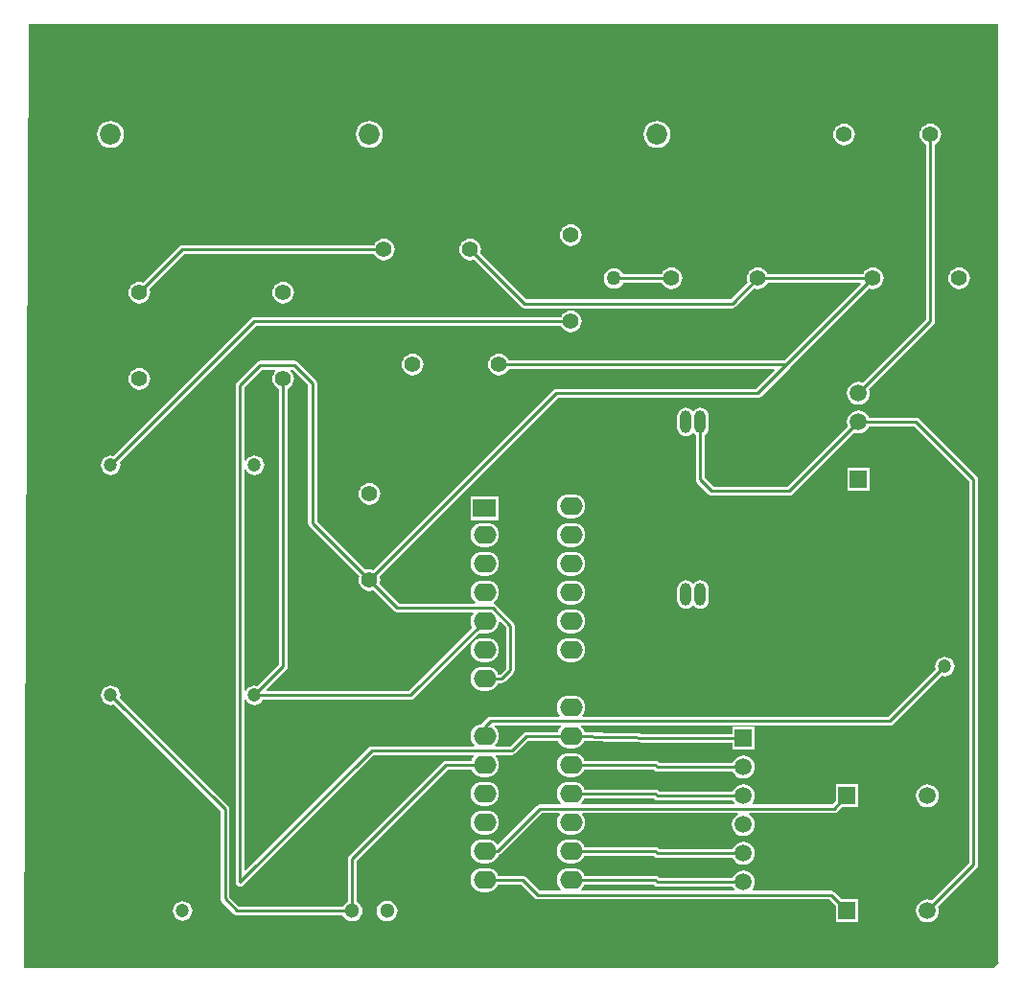
<source format=gbl>
G04 Layer_Physical_Order=2*
G04 Layer_Color=16711680*
%FSLAX25Y25*%
%MOIN*%
G70*
G01*
G75*
%ADD10C,0.01000*%
%ADD11C,0.04724*%
%ADD12C,0.05512*%
%ADD13C,0.05906*%
%ADD14R,0.05906X0.05906*%
%ADD15O,0.03937X0.07874*%
%ADD16O,0.03937X0.07874*%
%ADD17C,0.05118*%
%ADD18O,0.07874X0.06299*%
%ADD19R,0.07874X0.06299*%
%ADD20R,0.05906X0.05906*%
%ADD21R,0.07284X0.07284*%
%ADD22C,0.07284*%
%ADD23C,0.05000*%
G36*
X548566Y172357D02*
X548967Y171956D01*
X547011Y170000D01*
X210354D01*
X210001Y170354D01*
X211434Y498566D01*
X548566D01*
Y172357D01*
D02*
G37*
%LPC*%
G36*
X400827Y294933D02*
X399252D01*
X398169Y294791D01*
X397159Y294373D01*
X396292Y293707D01*
X395627Y292841D01*
X395209Y291831D01*
X395067Y290748D01*
X395209Y289665D01*
X395627Y288655D01*
X396292Y287789D01*
X397159Y287123D01*
X398169Y286705D01*
X399252Y286563D01*
X400827D01*
X401910Y286705D01*
X402919Y287123D01*
X403786Y287789D01*
X404452Y288655D01*
X404870Y289665D01*
X405012Y290748D01*
X404870Y291831D01*
X404452Y292841D01*
X403786Y293707D01*
X402919Y294373D01*
X401910Y294791D01*
X400827Y294933D01*
D02*
G37*
G36*
Y304933D02*
X399252D01*
X398169Y304791D01*
X397159Y304373D01*
X396292Y303708D01*
X395627Y302841D01*
X395209Y301831D01*
X395067Y300748D01*
X395209Y299665D01*
X395627Y298655D01*
X396292Y297789D01*
X397159Y297123D01*
X398169Y296705D01*
X399252Y296563D01*
X400827D01*
X401910Y296705D01*
X402919Y297123D01*
X403786Y297789D01*
X404452Y298655D01*
X404870Y299665D01*
X405012Y300748D01*
X404870Y301831D01*
X404452Y302841D01*
X403786Y303708D01*
X402919Y304373D01*
X401910Y304791D01*
X400827Y304933D01*
D02*
G37*
G36*
X370827Y284933D02*
X369252D01*
X368169Y284791D01*
X367159Y284373D01*
X366293Y283707D01*
X365627Y282841D01*
X365209Y281831D01*
X365067Y280748D01*
X365209Y279665D01*
X365627Y278655D01*
X366293Y277788D01*
X367159Y277123D01*
X368169Y276705D01*
X369252Y276563D01*
X370827D01*
X371910Y276705D01*
X372920Y277123D01*
X373786Y277788D01*
X374451Y278655D01*
X374870Y279665D01*
X375012Y280748D01*
X374870Y281831D01*
X374451Y282841D01*
X373786Y283707D01*
X372920Y284373D01*
X371910Y284791D01*
X370827Y284933D01*
D02*
G37*
G36*
X400827D02*
X399252D01*
X398169Y284791D01*
X397159Y284373D01*
X396292Y283707D01*
X395627Y282841D01*
X395209Y281831D01*
X395067Y280748D01*
X395209Y279665D01*
X395627Y278655D01*
X396292Y277788D01*
X397159Y277123D01*
X398169Y276705D01*
X399252Y276563D01*
X400827D01*
X401910Y276705D01*
X402919Y277123D01*
X403786Y277788D01*
X404452Y278655D01*
X404870Y279665D01*
X405012Y280748D01*
X404870Y281831D01*
X404452Y282841D01*
X403786Y283707D01*
X402919Y284373D01*
X401910Y284791D01*
X400827Y284933D01*
D02*
G37*
G36*
X445000Y304963D02*
X444225Y304861D01*
X443503Y304561D01*
X442883Y304086D01*
X442750Y303913D01*
X442250D01*
X442117Y304086D01*
X441497Y304561D01*
X440775Y304861D01*
X440000Y304963D01*
X439225Y304861D01*
X438503Y304561D01*
X437883Y304086D01*
X437407Y303466D01*
X437108Y302743D01*
X437006Y301969D01*
Y298031D01*
X437108Y297257D01*
X437407Y296534D01*
X437883Y295914D01*
X438503Y295439D01*
X439225Y295139D01*
X440000Y295037D01*
X440775Y295139D01*
X441497Y295439D01*
X442117Y295914D01*
X442250Y296087D01*
X442750D01*
X442883Y295914D01*
X443503Y295439D01*
X444225Y295139D01*
X445000Y295037D01*
X445775Y295139D01*
X446497Y295439D01*
X447117Y295914D01*
X447593Y296534D01*
X447892Y297257D01*
X447994Y298031D01*
Y301969D01*
X447892Y302743D01*
X447593Y303466D01*
X447117Y304086D01*
X446497Y304561D01*
X445775Y304861D01*
X445000Y304963D01*
D02*
G37*
G36*
X370827Y324933D02*
X369252D01*
X368169Y324791D01*
X367159Y324373D01*
X366293Y323708D01*
X365627Y322841D01*
X365209Y321831D01*
X365067Y320748D01*
X365209Y319665D01*
X365627Y318655D01*
X366293Y317789D01*
X367159Y317123D01*
X368169Y316705D01*
X369252Y316563D01*
X370827D01*
X371910Y316705D01*
X372920Y317123D01*
X373786Y317789D01*
X374451Y318655D01*
X374870Y319665D01*
X375012Y320748D01*
X374870Y321831D01*
X374451Y322841D01*
X373786Y323708D01*
X372920Y324373D01*
X371910Y324791D01*
X370827Y324933D01*
D02*
G37*
G36*
X400827D02*
X399252D01*
X398169Y324791D01*
X397159Y324373D01*
X396292Y323708D01*
X395627Y322841D01*
X395209Y321831D01*
X395067Y320748D01*
X395209Y319665D01*
X395627Y318655D01*
X396292Y317789D01*
X397159Y317123D01*
X398169Y316705D01*
X399252Y316563D01*
X400827D01*
X401910Y316705D01*
X402919Y317123D01*
X403786Y317789D01*
X404452Y318655D01*
X404870Y319665D01*
X405012Y320748D01*
X404870Y321831D01*
X404452Y322841D01*
X403786Y323708D01*
X402919Y324373D01*
X401910Y324791D01*
X400827Y324933D01*
D02*
G37*
G36*
X370827Y314933D02*
X369252D01*
X368169Y314791D01*
X367159Y314373D01*
X366293Y313707D01*
X365627Y312841D01*
X365209Y311831D01*
X365067Y310748D01*
X365209Y309665D01*
X365627Y308655D01*
X366293Y307788D01*
X367159Y307123D01*
X368169Y306705D01*
X369252Y306563D01*
X370827D01*
X371910Y306705D01*
X372920Y307123D01*
X373786Y307788D01*
X374451Y308655D01*
X374870Y309665D01*
X375012Y310748D01*
X374870Y311831D01*
X374451Y312841D01*
X373786Y313707D01*
X372920Y314373D01*
X371910Y314791D01*
X370827Y314933D01*
D02*
G37*
G36*
X400827D02*
X399252D01*
X398169Y314791D01*
X397159Y314373D01*
X396292Y313707D01*
X395627Y312841D01*
X395209Y311831D01*
X395067Y310748D01*
X395209Y309665D01*
X395627Y308655D01*
X396292Y307788D01*
X397159Y307123D01*
X398169Y306705D01*
X399252Y306563D01*
X400827D01*
X401910Y306705D01*
X402919Y307123D01*
X403786Y307788D01*
X404452Y308655D01*
X404870Y309665D01*
X405012Y310748D01*
X404870Y311831D01*
X404452Y312841D01*
X403786Y313707D01*
X402919Y314373D01*
X401910Y314791D01*
X400827Y314933D01*
D02*
G37*
G36*
Y204933D02*
X399252D01*
X398169Y204791D01*
X397159Y204373D01*
X396292Y203708D01*
X395627Y202841D01*
X395209Y201831D01*
X395067Y200748D01*
X395209Y199665D01*
X395627Y198655D01*
X396292Y197789D01*
X396630Y197529D01*
X396460Y197029D01*
X389082D01*
X384281Y201829D01*
X383785Y202161D01*
X383200Y202277D01*
X374685D01*
X374451Y202841D01*
X373786Y203708D01*
X372920Y204373D01*
X371910Y204791D01*
X370827Y204933D01*
X369252D01*
X368169Y204791D01*
X367159Y204373D01*
X366293Y203708D01*
X365627Y202841D01*
X365209Y201831D01*
X365067Y200748D01*
X365209Y199665D01*
X365627Y198655D01*
X366293Y197789D01*
X367159Y197123D01*
X368169Y196705D01*
X369252Y196563D01*
X370827D01*
X371910Y196705D01*
X372920Y197123D01*
X373786Y197789D01*
X374451Y198655D01*
X374685Y199219D01*
X382566D01*
X387367Y194419D01*
X387863Y194087D01*
X388448Y193971D01*
X489890D01*
X492071Y191790D01*
Y186047D01*
X499976D01*
Y193953D01*
X494234D01*
X491605Y196581D01*
X491109Y196913D01*
X490524Y197029D01*
X463333D01*
X463087Y197529D01*
X463453Y198007D01*
X463851Y198968D01*
X463987Y200000D01*
X463851Y201032D01*
X463453Y201993D01*
X462819Y202819D01*
X461993Y203453D01*
X461032Y203851D01*
X460000Y203987D01*
X458968Y203851D01*
X458007Y203453D01*
X457181Y202819D01*
X456547Y201993D01*
X456355Y201529D01*
X430733D01*
X430433Y201829D01*
X429937Y202161D01*
X429352Y202277D01*
X404685D01*
X404452Y202841D01*
X403786Y203708D01*
X402919Y204373D01*
X401910Y204791D01*
X400827Y204933D01*
D02*
G37*
G36*
Y214933D02*
X399252D01*
X398169Y214791D01*
X397159Y214373D01*
X396292Y213707D01*
X395627Y212841D01*
X395209Y211831D01*
X395067Y210748D01*
X395209Y209665D01*
X395627Y208655D01*
X396292Y207788D01*
X397159Y207123D01*
X398169Y206705D01*
X399252Y206563D01*
X400827D01*
X401910Y206705D01*
X402919Y207123D01*
X403786Y207788D01*
X404452Y208655D01*
X404685Y209219D01*
X428719D01*
X429019Y208919D01*
X429515Y208587D01*
X430100Y208471D01*
X456355D01*
X456547Y208007D01*
X457181Y207181D01*
X458007Y206547D01*
X458968Y206149D01*
X460000Y206013D01*
X461032Y206149D01*
X461993Y206547D01*
X462819Y207181D01*
X463453Y208007D01*
X463851Y208968D01*
X463987Y210000D01*
X463851Y211032D01*
X463453Y211993D01*
X462819Y212819D01*
X461993Y213453D01*
X461032Y213851D01*
X460000Y213987D01*
X458968Y213851D01*
X458007Y213453D01*
X457181Y212819D01*
X456547Y211993D01*
X456355Y211529D01*
X430733D01*
X430433Y211829D01*
X429937Y212161D01*
X429352Y212277D01*
X404685D01*
X404452Y212841D01*
X403786Y213707D01*
X402919Y214373D01*
X401910Y214791D01*
X400827Y214933D01*
D02*
G37*
G36*
X336102Y193590D02*
X335173Y193467D01*
X334308Y193109D01*
X333564Y192538D01*
X332994Y191795D01*
X332635Y190929D01*
X332513Y190000D01*
X332635Y189071D01*
X332994Y188205D01*
X333564Y187462D01*
X334308Y186891D01*
X335173Y186533D01*
X336102Y186410D01*
X337032Y186533D01*
X337897Y186891D01*
X338641Y187462D01*
X339211Y188205D01*
X339570Y189071D01*
X339692Y190000D01*
X339570Y190929D01*
X339211Y191795D01*
X338641Y192538D01*
X337897Y193109D01*
X337032Y193467D01*
X336102Y193590D01*
D02*
G37*
G36*
X265000Y193391D02*
X264122Y193276D01*
X263304Y192937D01*
X262602Y192398D01*
X262063Y191696D01*
X261724Y190878D01*
X261609Y190000D01*
X261724Y189122D01*
X262063Y188304D01*
X262602Y187602D01*
X263304Y187063D01*
X264122Y186724D01*
X265000Y186609D01*
X265878Y186724D01*
X266696Y187063D01*
X267398Y187602D01*
X267937Y188304D01*
X268276Y189122D01*
X268391Y190000D01*
X268276Y190878D01*
X267937Y191696D01*
X267398Y192398D01*
X266696Y192937D01*
X265878Y193276D01*
X265000Y193391D01*
D02*
G37*
G36*
X400827Y234933D02*
X399252D01*
X398169Y234791D01*
X397159Y234373D01*
X396292Y233707D01*
X395627Y232841D01*
X395209Y231831D01*
X395067Y230748D01*
X395209Y229665D01*
X395627Y228655D01*
X396292Y227788D01*
X396630Y227529D01*
X396460Y227029D01*
X389152D01*
X388567Y226913D01*
X388071Y226581D01*
X374667Y213178D01*
X374168Y213210D01*
X373786Y213707D01*
X372920Y214373D01*
X371910Y214791D01*
X370827Y214933D01*
X369252D01*
X368169Y214791D01*
X367159Y214373D01*
X366293Y213707D01*
X365627Y212841D01*
X365209Y211831D01*
X365067Y210748D01*
X365209Y209665D01*
X365627Y208655D01*
X366293Y207788D01*
X367159Y207123D01*
X368169Y206705D01*
X369252Y206563D01*
X370827D01*
X371910Y206705D01*
X372920Y207123D01*
X373786Y207788D01*
X374451Y208655D01*
X374710Y209280D01*
X374985Y209335D01*
X375481Y209667D01*
X389786Y223971D01*
X395864D01*
X396111Y223471D01*
X395627Y222841D01*
X395209Y221831D01*
X395067Y220748D01*
X395209Y219665D01*
X395627Y218655D01*
X396292Y217789D01*
X397159Y217123D01*
X398169Y216705D01*
X399252Y216563D01*
X400827D01*
X401910Y216705D01*
X402919Y217123D01*
X403786Y217789D01*
X404452Y218655D01*
X404870Y219665D01*
X405012Y220748D01*
X404870Y221831D01*
X404452Y222841D01*
X403968Y223471D01*
X404215Y223971D01*
X457950D01*
X458050Y223471D01*
X458007Y223453D01*
X457181Y222819D01*
X456547Y221993D01*
X456149Y221032D01*
X456013Y220000D01*
X456149Y218968D01*
X456547Y218007D01*
X457181Y217181D01*
X458007Y216547D01*
X458968Y216149D01*
X460000Y216013D01*
X461032Y216149D01*
X461993Y216547D01*
X462819Y217181D01*
X463453Y218007D01*
X463851Y218968D01*
X463987Y220000D01*
X463851Y221032D01*
X463453Y221993D01*
X462819Y222819D01*
X461993Y223453D01*
X461950Y223471D01*
X462050Y223971D01*
X491524D01*
X492109Y224087D01*
X492605Y224419D01*
X494234Y226047D01*
X499976D01*
Y233953D01*
X492071D01*
Y228210D01*
X490890Y227029D01*
X463333D01*
X463087Y227529D01*
X463453Y228007D01*
X463851Y228968D01*
X463987Y230000D01*
X463851Y231032D01*
X463453Y231993D01*
X462819Y232819D01*
X461993Y233453D01*
X461032Y233851D01*
X460000Y233987D01*
X458968Y233851D01*
X458007Y233453D01*
X457181Y232819D01*
X456547Y231993D01*
X456355Y231529D01*
X430733D01*
X430433Y231829D01*
X429937Y232161D01*
X429352Y232277D01*
X404685D01*
X404452Y232841D01*
X403786Y233707D01*
X402919Y234373D01*
X401910Y234791D01*
X400827Y234933D01*
D02*
G37*
G36*
X370827D02*
X369252D01*
X368169Y234791D01*
X367159Y234373D01*
X366293Y233707D01*
X365627Y232841D01*
X365209Y231831D01*
X365067Y230748D01*
X365209Y229665D01*
X365627Y228655D01*
X366293Y227788D01*
X367159Y227123D01*
X368169Y226705D01*
X369252Y226563D01*
X370827D01*
X371910Y226705D01*
X372920Y227123D01*
X373786Y227788D01*
X374451Y228655D01*
X374870Y229665D01*
X375012Y230748D01*
X374870Y231831D01*
X374451Y232841D01*
X373786Y233707D01*
X372920Y234373D01*
X371910Y234791D01*
X370827Y234933D01*
D02*
G37*
G36*
X400827Y244933D02*
X399252D01*
X398169Y244791D01*
X397159Y244373D01*
X396292Y243707D01*
X395627Y242841D01*
X395209Y241831D01*
X395067Y240748D01*
X395209Y239665D01*
X395627Y238655D01*
X396292Y237789D01*
X397159Y237123D01*
X398169Y236705D01*
X399252Y236563D01*
X400827D01*
X401910Y236705D01*
X402919Y237123D01*
X403786Y237789D01*
X404452Y238655D01*
X404685Y239219D01*
X428719D01*
X429019Y238919D01*
X429515Y238587D01*
X430100Y238471D01*
X456355D01*
X456547Y238007D01*
X457181Y237181D01*
X458007Y236547D01*
X458968Y236149D01*
X460000Y236013D01*
X461032Y236149D01*
X461993Y236547D01*
X462819Y237181D01*
X463453Y238007D01*
X463851Y238968D01*
X463987Y240000D01*
X463851Y241032D01*
X463453Y241993D01*
X462819Y242819D01*
X461993Y243453D01*
X461032Y243851D01*
X460000Y243987D01*
X458968Y243851D01*
X458007Y243453D01*
X457181Y242819D01*
X456547Y241993D01*
X456355Y241529D01*
X430733D01*
X430433Y241829D01*
X429937Y242161D01*
X429352Y242277D01*
X404685D01*
X404452Y242841D01*
X403786Y243707D01*
X402919Y244373D01*
X401910Y244791D01*
X400827Y244933D01*
D02*
G37*
G36*
X370827Y224933D02*
X369252D01*
X368169Y224791D01*
X367159Y224373D01*
X366293Y223708D01*
X365627Y222841D01*
X365209Y221831D01*
X365067Y220748D01*
X365209Y219665D01*
X365627Y218655D01*
X366293Y217789D01*
X367159Y217123D01*
X368169Y216705D01*
X369252Y216563D01*
X370827D01*
X371910Y216705D01*
X372920Y217123D01*
X373786Y217789D01*
X374451Y218655D01*
X374870Y219665D01*
X375012Y220748D01*
X374870Y221831D01*
X374451Y222841D01*
X373786Y223708D01*
X372920Y224373D01*
X371910Y224791D01*
X370827Y224933D01*
D02*
G37*
G36*
X523976Y233987D02*
X522944Y233851D01*
X521983Y233453D01*
X521157Y232819D01*
X520524Y231993D01*
X520125Y231032D01*
X519989Y230000D01*
X520125Y228968D01*
X520524Y228007D01*
X521157Y227181D01*
X521983Y226547D01*
X522944Y226149D01*
X523976Y226013D01*
X525008Y226149D01*
X525970Y226547D01*
X526795Y227181D01*
X527429Y228007D01*
X527827Y228968D01*
X527963Y230000D01*
X527827Y231032D01*
X527429Y231993D01*
X526795Y232819D01*
X525970Y233453D01*
X525008Y233851D01*
X523976Y233987D01*
D02*
G37*
G36*
X374937Y334150D02*
X365063D01*
Y325850D01*
X374937D01*
Y334150D01*
D02*
G37*
G36*
X435000Y413788D02*
X434020Y413659D01*
X433106Y413281D01*
X432321Y412679D01*
X431719Y411894D01*
X431568Y411529D01*
X418155D01*
X418057Y411765D01*
X417496Y412496D01*
X416765Y413057D01*
X415914Y413410D01*
X415000Y413530D01*
X414086Y413410D01*
X413235Y413057D01*
X412504Y412496D01*
X411943Y411765D01*
X411590Y410914D01*
X411470Y410000D01*
X411590Y409086D01*
X411943Y408235D01*
X412504Y407504D01*
X413235Y406943D01*
X414086Y406590D01*
X415000Y406470D01*
X415914Y406590D01*
X416765Y406943D01*
X417496Y407504D01*
X418057Y408235D01*
X418155Y408471D01*
X431568D01*
X431719Y408106D01*
X432321Y407321D01*
X433106Y406719D01*
X434020Y406341D01*
X435000Y406212D01*
X435981Y406341D01*
X436894Y406719D01*
X437679Y407321D01*
X438281Y408106D01*
X438659Y409020D01*
X438788Y410000D01*
X438659Y410981D01*
X438281Y411894D01*
X437679Y412679D01*
X436894Y413281D01*
X435981Y413659D01*
X435000Y413788D01*
D02*
G37*
G36*
X335000Y423788D02*
X334019Y423659D01*
X333106Y423281D01*
X332321Y422679D01*
X331719Y421894D01*
X331568Y421529D01*
X265000D01*
X264415Y421413D01*
X263919Y421081D01*
X251345Y408508D01*
X250980Y408659D01*
X250000Y408788D01*
X249020Y408659D01*
X248106Y408281D01*
X247321Y407679D01*
X246719Y406894D01*
X246341Y405980D01*
X246212Y405000D01*
X246341Y404019D01*
X246719Y403106D01*
X247321Y402321D01*
X248106Y401719D01*
X249020Y401341D01*
X250000Y401212D01*
X250980Y401341D01*
X251894Y401719D01*
X252679Y402321D01*
X253281Y403106D01*
X253659Y404019D01*
X253788Y405000D01*
X253659Y405980D01*
X253508Y406345D01*
X265634Y418471D01*
X331568D01*
X331719Y418106D01*
X332321Y417321D01*
X333106Y416719D01*
X334019Y416341D01*
X335000Y416212D01*
X335981Y416341D01*
X336894Y416719D01*
X337679Y417321D01*
X338281Y418106D01*
X338659Y419020D01*
X338788Y420000D01*
X338659Y420981D01*
X338281Y421894D01*
X337679Y422679D01*
X336894Y423281D01*
X335981Y423659D01*
X335000Y423788D01*
D02*
G37*
G36*
X535000Y413788D02*
X534020Y413659D01*
X533106Y413281D01*
X532321Y412679D01*
X531719Y411894D01*
X531341Y410981D01*
X531212Y410000D01*
X531341Y409020D01*
X531719Y408106D01*
X532321Y407321D01*
X533106Y406719D01*
X534020Y406341D01*
X535000Y406212D01*
X535981Y406341D01*
X536894Y406719D01*
X537679Y407321D01*
X538281Y408106D01*
X538659Y409020D01*
X538788Y410000D01*
X538659Y410981D01*
X538281Y411894D01*
X537679Y412679D01*
X536894Y413281D01*
X535981Y413659D01*
X535000Y413788D01*
D02*
G37*
G36*
X300000Y408788D02*
X299020Y408659D01*
X298106Y408281D01*
X297321Y407679D01*
X296719Y406894D01*
X296341Y405980D01*
X296212Y405000D01*
X296341Y404019D01*
X296719Y403106D01*
X297321Y402321D01*
X298106Y401719D01*
X299020Y401341D01*
X300000Y401212D01*
X300980Y401341D01*
X301894Y401719D01*
X302679Y402321D01*
X303281Y403106D01*
X303659Y404019D01*
X303788Y405000D01*
X303659Y405980D01*
X303281Y406894D01*
X302679Y407679D01*
X301894Y408281D01*
X300980Y408659D01*
X300000Y408788D01*
D02*
G37*
G36*
X365000Y423788D02*
X364019Y423659D01*
X363106Y423281D01*
X362321Y422679D01*
X361719Y421894D01*
X361341Y420981D01*
X361212Y420000D01*
X361341Y419020D01*
X361719Y418106D01*
X362321Y417321D01*
X363106Y416719D01*
X364019Y416341D01*
X365000Y416212D01*
X365981Y416341D01*
X366345Y416492D01*
X382819Y400019D01*
X383315Y399687D01*
X383900Y399571D01*
X456100D01*
X456685Y399687D01*
X457181Y400019D01*
X463655Y406492D01*
X464019Y406341D01*
X465000Y406212D01*
X465980Y406341D01*
X466894Y406719D01*
X467679Y407321D01*
X468281Y408106D01*
X468432Y408471D01*
X500654D01*
X500846Y408009D01*
X474367Y381529D01*
X378432D01*
X378281Y381894D01*
X377679Y382679D01*
X376894Y383281D01*
X375980Y383659D01*
X375000Y383788D01*
X374020Y383659D01*
X373106Y383281D01*
X372321Y382679D01*
X371719Y381894D01*
X371341Y380980D01*
X371212Y380000D01*
X371341Y379019D01*
X371719Y378106D01*
X372321Y377321D01*
X373106Y376719D01*
X374020Y376341D01*
X375000Y376212D01*
X375980Y376341D01*
X376894Y376719D01*
X377679Y377321D01*
X378281Y378106D01*
X378432Y378471D01*
X470654D01*
X470846Y378009D01*
X464366Y371529D01*
X395000D01*
X394415Y371413D01*
X393919Y371081D01*
X331345Y308508D01*
X330980Y308659D01*
X330000Y308788D01*
X329019Y308659D01*
X328655Y308508D01*
X311729Y325433D01*
Y373600D01*
X311613Y374185D01*
X311281Y374681D01*
X305081Y380881D01*
X304585Y381213D01*
X304000Y381329D01*
X292000D01*
X291415Y381213D01*
X290919Y380881D01*
X283919Y373881D01*
X283587Y373385D01*
X283471Y372800D01*
Y200000D01*
X283587Y199415D01*
X283919Y198919D01*
X284415Y198587D01*
X285000Y198471D01*
X285585Y198587D01*
X286081Y198919D01*
X331333Y244171D01*
X366135D01*
X366214Y243938D01*
X366264Y243671D01*
X365627Y242841D01*
X365394Y242277D01*
X356600D01*
X356015Y242161D01*
X355519Y241829D01*
X322816Y209127D01*
X322485Y208631D01*
X322368Y208046D01*
Y193219D01*
X322103Y193109D01*
X321359Y192538D01*
X320789Y191795D01*
X320679Y191529D01*
X284633D01*
X281229Y194933D01*
Y225300D01*
X281113Y225885D01*
X280781Y226381D01*
X243207Y263956D01*
X243276Y264122D01*
X243391Y265000D01*
X243276Y265878D01*
X242937Y266696D01*
X242398Y267398D01*
X241696Y267937D01*
X240878Y268276D01*
X240000Y268391D01*
X239122Y268276D01*
X238304Y267937D01*
X237602Y267398D01*
X237063Y266696D01*
X236724Y265878D01*
X236609Y265000D01*
X236724Y264122D01*
X237063Y263304D01*
X237602Y262602D01*
X238304Y262063D01*
X239122Y261724D01*
X240000Y261609D01*
X240878Y261724D01*
X241044Y261793D01*
X278171Y224667D01*
Y194300D01*
X278287Y193715D01*
X278619Y193219D01*
X282919Y188919D01*
X283415Y188587D01*
X284000Y188471D01*
X320679D01*
X320789Y188205D01*
X321359Y187462D01*
X322103Y186891D01*
X322969Y186533D01*
X323898Y186410D01*
X324827Y186533D01*
X325693Y186891D01*
X326436Y187462D01*
X327006Y188205D01*
X327365Y189071D01*
X327487Y190000D01*
X327365Y190929D01*
X327006Y191795D01*
X326436Y192538D01*
X325693Y193109D01*
X325427Y193219D01*
Y207412D01*
X357234Y239219D01*
X365394D01*
X365627Y238655D01*
X366293Y237789D01*
X367159Y237123D01*
X368169Y236705D01*
X369252Y236563D01*
X370827D01*
X371910Y236705D01*
X372920Y237123D01*
X373786Y237789D01*
X374451Y238655D01*
X374870Y239665D01*
X375012Y240748D01*
X374870Y241831D01*
X374451Y242841D01*
X373815Y243671D01*
X373865Y243938D01*
X373943Y244171D01*
X379400D01*
X379985Y244287D01*
X380481Y244619D01*
X385082Y249219D01*
X395394D01*
X395627Y248655D01*
X396292Y247789D01*
X397159Y247123D01*
X398169Y246705D01*
X399252Y246563D01*
X400827D01*
X401910Y246705D01*
X402919Y247123D01*
X403786Y247789D01*
X404452Y248655D01*
X404638Y249107D01*
X430811Y248471D01*
X430829Y248474D01*
X430848Y248471D01*
X456047D01*
Y246047D01*
X463953D01*
Y253953D01*
X456047D01*
Y251529D01*
X430867D01*
X404732Y252164D01*
X404452Y252841D01*
X403786Y253708D01*
X403443Y253971D01*
X403613Y254471D01*
X511000D01*
X511585Y254587D01*
X512081Y254919D01*
X528956Y271793D01*
X529122Y271724D01*
X530000Y271609D01*
X530878Y271724D01*
X531696Y272063D01*
X532398Y272602D01*
X532937Y273304D01*
X533276Y274122D01*
X533391Y275000D01*
X533276Y275878D01*
X532937Y276696D01*
X532398Y277398D01*
X531696Y277937D01*
X530878Y278276D01*
X530000Y278391D01*
X529122Y278276D01*
X528304Y277937D01*
X527602Y277398D01*
X527063Y276696D01*
X526724Y275878D01*
X526609Y275000D01*
X526724Y274122D01*
X526793Y273956D01*
X510366Y257529D01*
X404218D01*
X403971Y258029D01*
X404452Y258655D01*
X404870Y259665D01*
X405012Y260748D01*
X404870Y261831D01*
X404452Y262841D01*
X403786Y263707D01*
X402919Y264373D01*
X401910Y264791D01*
X400827Y264933D01*
X399252D01*
X398169Y264791D01*
X397159Y264373D01*
X396292Y263707D01*
X395627Y262841D01*
X395209Y261831D01*
X395067Y260748D01*
X395209Y259665D01*
X395627Y258655D01*
X396108Y258029D01*
X395861Y257529D01*
X372039D01*
X371454Y257413D01*
X370958Y257081D01*
X368958Y255081D01*
X368821Y254877D01*
X368169Y254791D01*
X367159Y254373D01*
X366293Y253708D01*
X365627Y252841D01*
X365209Y251831D01*
X365067Y250748D01*
X365209Y249665D01*
X365627Y248655D01*
X366293Y247789D01*
X366404Y247703D01*
X366243Y247229D01*
X330700D01*
X330115Y247113D01*
X329619Y246781D01*
X286991Y204154D01*
X286529Y204346D01*
Y263286D01*
X287029Y263386D01*
X287063Y263304D01*
X287602Y262602D01*
X288304Y262063D01*
X289122Y261724D01*
X290000Y261609D01*
X290878Y261724D01*
X291696Y262063D01*
X292398Y262602D01*
X292937Y263304D01*
X293006Y263471D01*
X344291D01*
X344877Y263587D01*
X345373Y263919D01*
X368162Y286708D01*
X368169Y286705D01*
X369252Y286563D01*
X370827D01*
X371910Y286705D01*
X372920Y287123D01*
X373786Y287789D01*
X374451Y288655D01*
X374870Y289665D01*
X374956Y290324D01*
X375484Y290503D01*
X377369Y288618D01*
Y274280D01*
X375366Y272277D01*
X374685D01*
X374451Y272841D01*
X373786Y273708D01*
X372920Y274373D01*
X371910Y274791D01*
X370827Y274933D01*
X369252D01*
X368169Y274791D01*
X367159Y274373D01*
X366293Y273708D01*
X365627Y272841D01*
X365209Y271831D01*
X365067Y270748D01*
X365209Y269665D01*
X365627Y268655D01*
X366293Y267789D01*
X367159Y267123D01*
X368169Y266705D01*
X369252Y266563D01*
X370827D01*
X371910Y266705D01*
X372920Y267123D01*
X373786Y267789D01*
X374451Y268655D01*
X374685Y269219D01*
X376000D01*
X376585Y269335D01*
X377081Y269667D01*
X379980Y272565D01*
X380311Y273061D01*
X380428Y273646D01*
Y289252D01*
X380311Y289837D01*
X379980Y290333D01*
X373834Y296479D01*
X373338Y296811D01*
X373334Y296811D01*
X373210Y297346D01*
X373786Y297789D01*
X374451Y298655D01*
X374870Y299665D01*
X375012Y300748D01*
X374870Y301831D01*
X374451Y302841D01*
X373786Y303708D01*
X372920Y304373D01*
X371910Y304791D01*
X370827Y304933D01*
X369252D01*
X368169Y304791D01*
X367159Y304373D01*
X366293Y303708D01*
X365627Y302841D01*
X365209Y301831D01*
X365067Y300748D01*
X365209Y299665D01*
X365627Y298655D01*
X366293Y297789D01*
X366763Y297427D01*
X366594Y296927D01*
X340236D01*
X333508Y303655D01*
X333659Y304019D01*
X333788Y305000D01*
X333659Y305980D01*
X333508Y306345D01*
X395634Y368471D01*
X465000D01*
X465585Y368587D01*
X466081Y368919D01*
X476082Y378919D01*
X476082Y378919D01*
X503655Y406492D01*
X504019Y406341D01*
X505000Y406212D01*
X505980Y406341D01*
X506894Y406719D01*
X507679Y407321D01*
X508281Y408106D01*
X508659Y409020D01*
X508788Y410000D01*
X508659Y410981D01*
X508281Y411894D01*
X507679Y412679D01*
X506894Y413281D01*
X505980Y413659D01*
X505000Y413788D01*
X504019Y413659D01*
X503106Y413281D01*
X502321Y412679D01*
X501719Y411894D01*
X501568Y411529D01*
X468432D01*
X468281Y411894D01*
X467679Y412679D01*
X466894Y413281D01*
X465980Y413659D01*
X465000Y413788D01*
X464019Y413659D01*
X463106Y413281D01*
X462321Y412679D01*
X461719Y411894D01*
X461341Y410981D01*
X461212Y410000D01*
X461341Y409020D01*
X461492Y408655D01*
X455467Y402629D01*
X384534D01*
X368508Y418655D01*
X368659Y419020D01*
X368788Y420000D01*
X368659Y420981D01*
X368281Y421894D01*
X367679Y422679D01*
X366894Y423281D01*
X365981Y423659D01*
X365000Y423788D01*
D02*
G37*
G36*
X430000Y464682D02*
X428788Y464522D01*
X427659Y464054D01*
X426689Y463310D01*
X425946Y462341D01*
X425478Y461212D01*
X425318Y460000D01*
X425478Y458788D01*
X425946Y457659D01*
X426689Y456690D01*
X427659Y455945D01*
X428788Y455478D01*
X430000Y455318D01*
X431212Y455478D01*
X432341Y455945D01*
X433311Y456690D01*
X434055Y457659D01*
X434522Y458788D01*
X434682Y460000D01*
X434522Y461212D01*
X434055Y462341D01*
X433311Y463310D01*
X432341Y464054D01*
X431212Y464522D01*
X430000Y464682D01*
D02*
G37*
G36*
X495000Y463788D02*
X494020Y463659D01*
X493106Y463281D01*
X492321Y462679D01*
X491719Y461894D01*
X491341Y460981D01*
X491212Y460000D01*
X491341Y459020D01*
X491719Y458106D01*
X492321Y457321D01*
X493106Y456719D01*
X494020Y456341D01*
X495000Y456212D01*
X495981Y456341D01*
X496894Y456719D01*
X497679Y457321D01*
X498281Y458106D01*
X498659Y459020D01*
X498788Y460000D01*
X498659Y460981D01*
X498281Y461894D01*
X497679Y462679D01*
X496894Y463281D01*
X495981Y463659D01*
X495000Y463788D01*
D02*
G37*
G36*
X330000Y464682D02*
X328788Y464522D01*
X327659Y464054D01*
X326690Y463310D01*
X325945Y462341D01*
X325478Y461212D01*
X325318Y460000D01*
X325478Y458788D01*
X325945Y457659D01*
X326690Y456690D01*
X327659Y455945D01*
X328788Y455478D01*
X330000Y455318D01*
X331212Y455478D01*
X332341Y455945D01*
X333311Y456690D01*
X334054Y457659D01*
X334522Y458788D01*
X334682Y460000D01*
X334522Y461212D01*
X334054Y462341D01*
X333311Y463310D01*
X332341Y464054D01*
X331212Y464522D01*
X330000Y464682D01*
D02*
G37*
G36*
X400000Y428788D02*
X399020Y428659D01*
X398106Y428281D01*
X397321Y427679D01*
X396719Y426894D01*
X396341Y425981D01*
X396212Y425000D01*
X396341Y424019D01*
X396719Y423106D01*
X397321Y422321D01*
X398106Y421719D01*
X399020Y421341D01*
X400000Y421212D01*
X400981Y421341D01*
X401894Y421719D01*
X402679Y422321D01*
X403281Y423106D01*
X403659Y424019D01*
X403788Y425000D01*
X403659Y425981D01*
X403281Y426894D01*
X402679Y427679D01*
X401894Y428281D01*
X400981Y428659D01*
X400000Y428788D01*
D02*
G37*
G36*
X240000Y464682D02*
X238788Y464522D01*
X237659Y464054D01*
X236689Y463310D01*
X235946Y462341D01*
X235478Y461212D01*
X235318Y460000D01*
X235478Y458788D01*
X235946Y457659D01*
X236689Y456690D01*
X237659Y455945D01*
X238788Y455478D01*
X240000Y455318D01*
X241212Y455478D01*
X242341Y455945D01*
X243310Y456690D01*
X244055Y457659D01*
X244522Y458788D01*
X244682Y460000D01*
X244522Y461212D01*
X244055Y462341D01*
X243310Y463310D01*
X242341Y464054D01*
X241212Y464522D01*
X240000Y464682D01*
D02*
G37*
G36*
X445000Y364963D02*
X444225Y364861D01*
X443503Y364562D01*
X442883Y364086D01*
X442750Y363913D01*
X442250D01*
X442117Y364086D01*
X441497Y364562D01*
X440775Y364861D01*
X440000Y364963D01*
X439225Y364861D01*
X438503Y364562D01*
X437883Y364086D01*
X437407Y363466D01*
X437108Y362743D01*
X437006Y361968D01*
Y358032D01*
X437108Y357257D01*
X437407Y356534D01*
X437883Y355914D01*
X438503Y355438D01*
X439225Y355139D01*
X440000Y355037D01*
X440775Y355139D01*
X441497Y355438D01*
X442117Y355914D01*
X442250Y356087D01*
X442750D01*
X442883Y355914D01*
X443471Y355463D01*
Y340000D01*
X443587Y339415D01*
X443919Y338919D01*
X447919Y334919D01*
X448415Y334587D01*
X449000Y334471D01*
X476000D01*
X476585Y334587D01*
X477081Y334919D01*
X498504Y356341D01*
X498968Y356149D01*
X500000Y356013D01*
X501032Y356149D01*
X501993Y356547D01*
X502819Y357181D01*
X503453Y358007D01*
X503645Y358471D01*
X519367D01*
X538471Y339367D01*
Y206657D01*
X525472Y193659D01*
X525008Y193851D01*
X523976Y193987D01*
X522944Y193851D01*
X521983Y193453D01*
X521157Y192819D01*
X520524Y191993D01*
X520125Y191032D01*
X519989Y190000D01*
X520125Y188968D01*
X520524Y188007D01*
X521157Y187181D01*
X521983Y186547D01*
X522944Y186149D01*
X523976Y186013D01*
X525008Y186149D01*
X525970Y186547D01*
X526795Y187181D01*
X527429Y188007D01*
X527827Y188968D01*
X527963Y190000D01*
X527827Y191032D01*
X527635Y191496D01*
X541081Y204942D01*
X541413Y205438D01*
X541529Y206024D01*
Y340000D01*
X541413Y340585D01*
X541081Y341081D01*
X521081Y361081D01*
X520585Y361413D01*
X520000Y361529D01*
X503645D01*
X503453Y361993D01*
X502819Y362819D01*
X501993Y363453D01*
X501032Y363851D01*
X500000Y363987D01*
X498968Y363851D01*
X498007Y363453D01*
X497181Y362819D01*
X496547Y361993D01*
X496149Y361032D01*
X496013Y360000D01*
X496149Y358968D01*
X496341Y358504D01*
X475366Y337529D01*
X449634D01*
X446529Y340634D01*
Y355463D01*
X447117Y355914D01*
X447593Y356534D01*
X447892Y357257D01*
X447994Y358032D01*
Y361968D01*
X447892Y362743D01*
X447593Y363466D01*
X447117Y364086D01*
X446497Y364562D01*
X445775Y364861D01*
X445000Y364963D01*
D02*
G37*
G36*
X250000Y378788D02*
X249020Y378659D01*
X248106Y378281D01*
X247321Y377679D01*
X246719Y376894D01*
X246341Y375980D01*
X246212Y375000D01*
X246341Y374020D01*
X246719Y373106D01*
X247321Y372321D01*
X248106Y371719D01*
X249020Y371341D01*
X250000Y371212D01*
X250980Y371341D01*
X251894Y371719D01*
X252679Y372321D01*
X253281Y373106D01*
X253659Y374020D01*
X253788Y375000D01*
X253659Y375980D01*
X253281Y376894D01*
X252679Y377679D01*
X251894Y378281D01*
X250980Y378659D01*
X250000Y378788D01*
D02*
G37*
G36*
X503953Y343953D02*
X496047D01*
Y336047D01*
X503953D01*
Y343953D01*
D02*
G37*
G36*
X400827Y334933D02*
X399252D01*
X398169Y334791D01*
X397159Y334373D01*
X396292Y333707D01*
X395627Y332841D01*
X395209Y331831D01*
X395067Y330748D01*
X395209Y329665D01*
X395627Y328655D01*
X396292Y327788D01*
X397159Y327123D01*
X398169Y326705D01*
X399252Y326563D01*
X400827D01*
X401910Y326705D01*
X402919Y327123D01*
X403786Y327788D01*
X404452Y328655D01*
X404870Y329665D01*
X405012Y330748D01*
X404870Y331831D01*
X404452Y332841D01*
X403786Y333707D01*
X402919Y334373D01*
X401910Y334791D01*
X400827Y334933D01*
D02*
G37*
G36*
X330000Y338788D02*
X329019Y338659D01*
X328106Y338281D01*
X327321Y337679D01*
X326719Y336894D01*
X326341Y335981D01*
X326212Y335000D01*
X326341Y334019D01*
X326719Y333106D01*
X327321Y332321D01*
X328106Y331719D01*
X329019Y331341D01*
X330000Y331212D01*
X330980Y331341D01*
X331894Y331719D01*
X332679Y332321D01*
X333281Y333106D01*
X333659Y334019D01*
X333788Y335000D01*
X333659Y335981D01*
X333281Y336894D01*
X332679Y337679D01*
X331894Y338281D01*
X330980Y338659D01*
X330000Y338788D01*
D02*
G37*
G36*
X525000Y463788D02*
X524019Y463659D01*
X523106Y463281D01*
X522321Y462679D01*
X521719Y461894D01*
X521341Y460981D01*
X521212Y460000D01*
X521341Y459020D01*
X521719Y458106D01*
X522321Y457321D01*
X523106Y456719D01*
X523471Y456568D01*
Y395634D01*
X501496Y373659D01*
X501032Y373851D01*
X500000Y373987D01*
X498968Y373851D01*
X498007Y373453D01*
X497181Y372819D01*
X496547Y371993D01*
X496149Y371032D01*
X496013Y370000D01*
X496149Y368968D01*
X496547Y368007D01*
X497181Y367181D01*
X498007Y366547D01*
X498968Y366149D01*
X500000Y366013D01*
X501032Y366149D01*
X501993Y366547D01*
X502819Y367181D01*
X503453Y368007D01*
X503851Y368968D01*
X503987Y370000D01*
X503851Y371032D01*
X503659Y371496D01*
X526081Y393919D01*
X526413Y394415D01*
X526529Y395000D01*
Y456568D01*
X526894Y456719D01*
X527679Y457321D01*
X528281Y458106D01*
X528659Y459020D01*
X528788Y460000D01*
X528659Y460981D01*
X528281Y461894D01*
X527679Y462679D01*
X526894Y463281D01*
X525981Y463659D01*
X525000Y463788D01*
D02*
G37*
G36*
X400000Y398788D02*
X399020Y398659D01*
X398106Y398281D01*
X397321Y397679D01*
X396719Y396894D01*
X396568Y396529D01*
X290000D01*
X289415Y396413D01*
X288919Y396081D01*
X241044Y348207D01*
X240878Y348276D01*
X240000Y348391D01*
X239122Y348276D01*
X238304Y347937D01*
X237602Y347398D01*
X237063Y346696D01*
X236724Y345878D01*
X236609Y345000D01*
X236724Y344122D01*
X237063Y343304D01*
X237602Y342602D01*
X238304Y342063D01*
X239122Y341724D01*
X240000Y341609D01*
X240878Y341724D01*
X241696Y342063D01*
X242398Y342602D01*
X242937Y343304D01*
X243276Y344122D01*
X243391Y345000D01*
X243276Y345878D01*
X243207Y346044D01*
X290634Y393471D01*
X396568D01*
X396719Y393106D01*
X397321Y392321D01*
X398106Y391719D01*
X399020Y391341D01*
X400000Y391212D01*
X400981Y391341D01*
X401894Y391719D01*
X402679Y392321D01*
X403281Y393106D01*
X403659Y394020D01*
X403788Y395000D01*
X403659Y395981D01*
X403281Y396894D01*
X402679Y397679D01*
X401894Y398281D01*
X400981Y398659D01*
X400000Y398788D01*
D02*
G37*
G36*
X345000Y383788D02*
X344020Y383659D01*
X343106Y383281D01*
X342321Y382679D01*
X341719Y381894D01*
X341341Y380980D01*
X341212Y380000D01*
X341341Y379019D01*
X341719Y378106D01*
X342321Y377321D01*
X343106Y376719D01*
X344020Y376341D01*
X345000Y376212D01*
X345981Y376341D01*
X346894Y376719D01*
X347679Y377321D01*
X348281Y378106D01*
X348659Y379019D01*
X348788Y380000D01*
X348659Y380980D01*
X348281Y381894D01*
X347679Y382679D01*
X346894Y383281D01*
X345981Y383659D01*
X345000Y383788D01*
D02*
G37*
%LPD*%
G36*
X308671Y372967D02*
Y324800D01*
X308787Y324215D01*
X309119Y323719D01*
X326492Y306345D01*
X326341Y305980D01*
X326212Y305000D01*
X326341Y304019D01*
X326719Y303106D01*
X327321Y302321D01*
X328106Y301719D01*
X329019Y301341D01*
X330000Y301212D01*
X330980Y301341D01*
X331345Y301492D01*
X338521Y294316D01*
X339017Y293985D01*
X339602Y293868D01*
X365786D01*
X366032Y293368D01*
X365627Y292841D01*
X365209Y291831D01*
X365067Y290748D01*
X365209Y289665D01*
X365627Y288655D01*
X365695Y288567D01*
X343658Y266529D01*
X294346D01*
X294154Y266991D01*
X301081Y273919D01*
X301413Y274415D01*
X301529Y275000D01*
Y371568D01*
X301894Y371719D01*
X302679Y372321D01*
X303281Y373106D01*
X303659Y374020D01*
X303788Y375000D01*
X303659Y375980D01*
X303281Y376894D01*
X302679Y377679D01*
X302524Y377797D01*
X302685Y378271D01*
X303366D01*
X308671Y372967D01*
D02*
G37*
G36*
X396635Y253971D02*
X396292Y253708D01*
X395627Y252841D01*
X395394Y252277D01*
X384448D01*
X383863Y252161D01*
X383367Y251829D01*
X378766Y247229D01*
X373835D01*
X373675Y247703D01*
X373786Y247789D01*
X374451Y248655D01*
X374870Y249665D01*
X375012Y250748D01*
X374870Y251831D01*
X374451Y252841D01*
X373786Y253708D01*
X373444Y253971D01*
X373613Y254471D01*
X396466D01*
X396635Y253971D01*
D02*
G37*
G36*
X429019Y228919D02*
X429515Y228587D01*
X430100Y228471D01*
X456355D01*
X456547Y228007D01*
X456913Y227529D01*
X456667Y227029D01*
X403618D01*
X403449Y227529D01*
X403786Y227788D01*
X404452Y228655D01*
X404685Y229219D01*
X428719D01*
X429019Y228919D01*
D02*
G37*
G36*
Y198919D02*
X429515Y198587D01*
X430100Y198471D01*
X456355D01*
X456547Y198007D01*
X456913Y197529D01*
X456667Y197029D01*
X403618D01*
X403449Y197529D01*
X403786Y197789D01*
X404452Y198655D01*
X404685Y199219D01*
X428719D01*
X429019Y198919D01*
D02*
G37*
G36*
X297476Y377797D02*
X297321Y377679D01*
X296719Y376894D01*
X296341Y375980D01*
X296212Y375000D01*
X296341Y374020D01*
X296719Y373106D01*
X297321Y372321D01*
X298106Y371719D01*
X298471Y371568D01*
Y275634D01*
X291044Y268207D01*
X290878Y268276D01*
X290000Y268391D01*
X289122Y268276D01*
X288304Y267937D01*
X287602Y267398D01*
X287063Y266696D01*
X287029Y266614D01*
X286529Y266714D01*
Y343286D01*
X287029Y343386D01*
X287063Y343304D01*
X287602Y342602D01*
X288304Y342063D01*
X289122Y341724D01*
X290000Y341609D01*
X290878Y341724D01*
X291696Y342063D01*
X292398Y342602D01*
X292937Y343304D01*
X293276Y344122D01*
X293391Y345000D01*
X293276Y345878D01*
X292937Y346696D01*
X292398Y347398D01*
X291696Y347937D01*
X290878Y348276D01*
X290000Y348391D01*
X289122Y348276D01*
X288304Y347937D01*
X287602Y347398D01*
X287063Y346696D01*
X287029Y346614D01*
X286529Y346714D01*
Y372166D01*
X292634Y378271D01*
X297315D01*
X297476Y377797D01*
D02*
G37*
D10*
X500000Y360000D02*
X520000D01*
X540000Y340000D01*
Y206024D02*
Y340000D01*
X523976Y190000D02*
X540000Y206024D01*
X475000Y380000D02*
X505000Y410000D01*
X465000Y370000D02*
X475000Y380000D01*
X530000Y295000D02*
Y305000D01*
X290000Y235000D02*
X315748Y260748D01*
X370039D01*
X375500D01*
X385500Y270748D01*
X400039D01*
X510500Y285500D02*
X530000Y305000D01*
X400039Y230748D02*
X429352D01*
X430100Y230000D01*
X460000D01*
X400039Y200748D02*
X429352D01*
X430100Y200000D01*
X460000D01*
X284000Y190000D02*
X323898D01*
X279700Y194300D02*
X284000Y190000D01*
X279700Y194300D02*
Y225300D01*
X240000Y265000D02*
X279700Y225300D01*
X323898Y190000D02*
Y208046D01*
X356600Y240748D01*
X370039D01*
Y250748D02*
Y254000D01*
X372039Y256000D01*
X511000D01*
X530000Y275000D01*
X290000Y265000D02*
X300000Y275000D01*
Y375000D01*
X290000Y265000D02*
X344291D01*
X370039Y290748D01*
X240000Y345000D02*
X290000Y395000D01*
X400000D01*
X445000Y340000D02*
Y360000D01*
Y340000D02*
X449000Y336000D01*
X476000D01*
X500000Y360000D01*
X370039Y200748D02*
X383200D01*
X388448Y195500D01*
X490524D01*
X496024Y190000D01*
X500000Y370000D02*
X525000Y395000D01*
Y460000D01*
X370039Y210748D02*
X374400D01*
X389152Y225500D01*
X491524D01*
X496024Y230000D01*
X415000Y410000D02*
X435000D01*
X250000Y405000D02*
X265000Y420000D01*
X335000D01*
X400039Y240748D02*
X429352D01*
X430100Y240000D01*
X460000D01*
X400039Y210748D02*
X429352D01*
X430100Y210000D01*
X460000D01*
X370039Y270748D02*
X376000D01*
X378898Y273646D01*
Y289252D01*
X372753Y295398D02*
X378898Y289252D01*
X339602Y295398D02*
X372753D01*
X330000Y305000D02*
X339602Y295398D01*
X330000Y305000D02*
X395000Y370000D01*
X465000D01*
X375000Y380000D02*
X475000D01*
X465000Y410000D02*
X505000D01*
X456100Y401100D02*
X465000Y410000D01*
X383900Y401100D02*
X456100D01*
X365000Y420000D02*
X383900Y401100D01*
X310200Y324800D02*
X330000Y305000D01*
X310200Y324800D02*
Y373600D01*
X304000Y379800D02*
X310200Y373600D01*
X292000Y379800D02*
X304000D01*
X285000Y372800D02*
X292000Y379800D01*
X285000Y200000D02*
Y372800D01*
Y200000D02*
X330700Y245700D01*
X379400D01*
X384448Y250748D01*
X400039D01*
X430848Y250000D01*
X460000D01*
D11*
X240000Y345000D02*
D03*
Y315000D02*
D03*
X290000Y345000D02*
D03*
Y315000D02*
D03*
X530000Y305000D02*
D03*
Y275000D02*
D03*
X235000Y190000D02*
D03*
X265000D02*
D03*
X240000Y265000D02*
D03*
Y235000D02*
D03*
X290000Y265000D02*
D03*
Y235000D02*
D03*
D12*
X300000Y375000D02*
D03*
Y405000D02*
D03*
X250000Y375000D02*
D03*
Y405000D02*
D03*
X400000Y395000D02*
D03*
Y425000D02*
D03*
X505000Y410000D02*
D03*
X535000D02*
D03*
X330000Y305000D02*
D03*
Y335000D02*
D03*
X495000Y460000D02*
D03*
X525000D02*
D03*
X465000Y410000D02*
D03*
X435000D02*
D03*
X375000Y380000D02*
D03*
X345000D02*
D03*
X365000Y420000D02*
D03*
X335000D02*
D03*
D13*
X500000Y370000D02*
D03*
Y360000D02*
D03*
Y350000D02*
D03*
X523976Y190000D02*
D03*
Y230000D02*
D03*
X460000Y240000D02*
D03*
Y230000D02*
D03*
Y220000D02*
D03*
Y210000D02*
D03*
Y200000D02*
D03*
Y190000D02*
D03*
Y180000D02*
D03*
D14*
X500000Y340000D02*
D03*
X460000Y250000D02*
D03*
D15*
X445000Y360000D02*
D03*
X435000D02*
D03*
X445000Y300000D02*
D03*
X435000D02*
D03*
D16*
X440000Y360000D02*
D03*
Y300000D02*
D03*
D17*
X323898Y190000D02*
D03*
X336102D02*
D03*
D18*
X400039Y200748D02*
D03*
Y210748D02*
D03*
Y220748D02*
D03*
Y230748D02*
D03*
Y240748D02*
D03*
Y250748D02*
D03*
Y260748D02*
D03*
Y270748D02*
D03*
Y280748D02*
D03*
Y290748D02*
D03*
Y300748D02*
D03*
Y310748D02*
D03*
Y320748D02*
D03*
Y330748D02*
D03*
X370039Y200748D02*
D03*
Y210748D02*
D03*
Y220748D02*
D03*
Y230748D02*
D03*
Y240748D02*
D03*
Y250748D02*
D03*
Y260748D02*
D03*
Y270748D02*
D03*
Y280748D02*
D03*
Y290748D02*
D03*
Y300748D02*
D03*
Y310748D02*
D03*
Y320748D02*
D03*
D19*
X370000Y330000D02*
D03*
D20*
X496024Y190000D02*
D03*
Y230000D02*
D03*
D21*
X240000Y480000D02*
D03*
X330000D02*
D03*
X430000D02*
D03*
D22*
X240000Y460000D02*
D03*
X330000D02*
D03*
X430000D02*
D03*
D23*
X530000Y295000D02*
D03*
X510500Y285500D02*
D03*
X415000Y410000D02*
D03*
M02*

</source>
